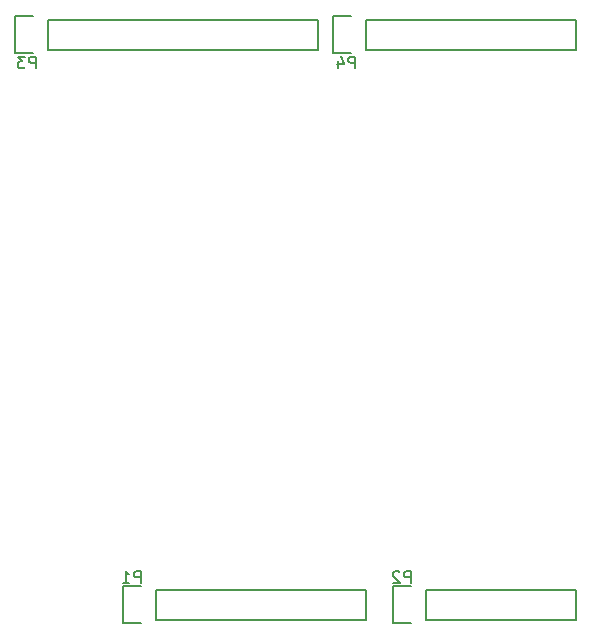
<source format=gbo>
G04 #@! TF.GenerationSoftware,KiCad,Pcbnew,(5.1.2)-1*
G04 #@! TF.CreationDate,2021-07-03T10:16:44+09:00*
G04 #@! TF.ProjectId,hdmi,68646d69-2e6b-4696-9361-645f70636258,v1.5*
G04 #@! TF.SameCoordinates,Original*
G04 #@! TF.FileFunction,Legend,Bot*
G04 #@! TF.FilePolarity,Positive*
%FSLAX46Y46*%
G04 Gerber Fmt 4.6, Leading zero omitted, Abs format (unit mm)*
G04 Created by KiCad (PCBNEW (5.1.2)-1) date 2021-07-03 10:16:44*
%MOMM*%
%LPD*%
G04 APERTURE LIST*
%ADD10C,0.150000*%
G04 APERTURE END LIST*
D10*
X137388000Y-125375000D02*
X137388000Y-122275000D01*
X138938000Y-125375000D02*
X137388000Y-125375000D01*
X140208000Y-122555000D02*
X140208000Y-125095000D01*
X137388000Y-122275000D02*
X138938000Y-122275000D01*
X157988000Y-125095000D02*
X140208000Y-125095000D01*
X157988000Y-122555000D02*
X157988000Y-125095000D01*
X140208000Y-122555000D02*
X157988000Y-122555000D01*
X163068000Y-122555000D02*
X175768000Y-122555000D01*
X175768000Y-122555000D02*
X175768000Y-125095000D01*
X175768000Y-125095000D02*
X163068000Y-125095000D01*
X160248000Y-122275000D02*
X161798000Y-122275000D01*
X163068000Y-122555000D02*
X163068000Y-125095000D01*
X161798000Y-125375000D02*
X160248000Y-125375000D01*
X160248000Y-125375000D02*
X160248000Y-122275000D01*
X131064000Y-74295000D02*
X153924000Y-74295000D01*
X153924000Y-74295000D02*
X153924000Y-76835000D01*
X153924000Y-76835000D02*
X131064000Y-76835000D01*
X128244000Y-74015000D02*
X129794000Y-74015000D01*
X131064000Y-74295000D02*
X131064000Y-76835000D01*
X129794000Y-77115000D02*
X128244000Y-77115000D01*
X128244000Y-77115000D02*
X128244000Y-74015000D01*
X157988000Y-74295000D02*
X175768000Y-74295000D01*
X175768000Y-74295000D02*
X175768000Y-76835000D01*
X175768000Y-76835000D02*
X157988000Y-76835000D01*
X155168000Y-74015000D02*
X156718000Y-74015000D01*
X157988000Y-74295000D02*
X157988000Y-76835000D01*
X156718000Y-77115000D02*
X155168000Y-77115000D01*
X155168000Y-77115000D02*
X155168000Y-74015000D01*
X138882095Y-121991380D02*
X138882095Y-120991380D01*
X138501142Y-120991380D01*
X138405904Y-121039000D01*
X138358285Y-121086619D01*
X138310666Y-121181857D01*
X138310666Y-121324714D01*
X138358285Y-121419952D01*
X138405904Y-121467571D01*
X138501142Y-121515190D01*
X138882095Y-121515190D01*
X137358285Y-121991380D02*
X137929714Y-121991380D01*
X137644000Y-121991380D02*
X137644000Y-120991380D01*
X137739238Y-121134238D01*
X137834476Y-121229476D01*
X137929714Y-121277095D01*
X161742095Y-121991380D02*
X161742095Y-120991380D01*
X161361142Y-120991380D01*
X161265904Y-121039000D01*
X161218285Y-121086619D01*
X161170666Y-121181857D01*
X161170666Y-121324714D01*
X161218285Y-121419952D01*
X161265904Y-121467571D01*
X161361142Y-121515190D01*
X161742095Y-121515190D01*
X160789714Y-121086619D02*
X160742095Y-121039000D01*
X160646857Y-120991380D01*
X160408761Y-120991380D01*
X160313523Y-121039000D01*
X160265904Y-121086619D01*
X160218285Y-121181857D01*
X160218285Y-121277095D01*
X160265904Y-121419952D01*
X160837333Y-121991380D01*
X160218285Y-121991380D01*
X129992095Y-78430380D02*
X129992095Y-77430380D01*
X129611142Y-77430380D01*
X129515904Y-77478000D01*
X129468285Y-77525619D01*
X129420666Y-77620857D01*
X129420666Y-77763714D01*
X129468285Y-77858952D01*
X129515904Y-77906571D01*
X129611142Y-77954190D01*
X129992095Y-77954190D01*
X129087333Y-77430380D02*
X128468285Y-77430380D01*
X128801619Y-77811333D01*
X128658761Y-77811333D01*
X128563523Y-77858952D01*
X128515904Y-77906571D01*
X128468285Y-78001809D01*
X128468285Y-78239904D01*
X128515904Y-78335142D01*
X128563523Y-78382761D01*
X128658761Y-78430380D01*
X128944476Y-78430380D01*
X129039714Y-78382761D01*
X129087333Y-78335142D01*
X157043095Y-78430380D02*
X157043095Y-77430380D01*
X156662142Y-77430380D01*
X156566904Y-77478000D01*
X156519285Y-77525619D01*
X156471666Y-77620857D01*
X156471666Y-77763714D01*
X156519285Y-77858952D01*
X156566904Y-77906571D01*
X156662142Y-77954190D01*
X157043095Y-77954190D01*
X155614523Y-77763714D02*
X155614523Y-78430380D01*
X155852619Y-77382761D02*
X156090714Y-78097047D01*
X155471666Y-78097047D01*
M02*

</source>
